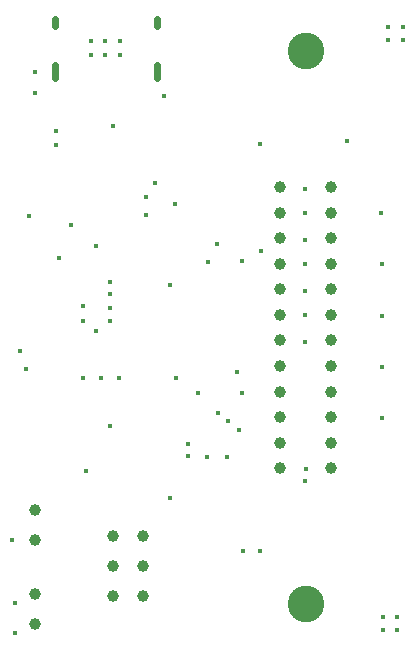
<source format=gbr>
%TF.GenerationSoftware,KiCad,Pcbnew,8.0.5*%
%TF.CreationDate,2024-11-06T11:00:20+13:00*%
%TF.ProjectId,usb_gpib_v3,7573625f-6770-4696-925f-76332e6b6963,C*%
%TF.SameCoordinates,Original*%
%TF.FileFunction,Plated,1,2,PTH,Mixed*%
%TF.FilePolarity,Positive*%
%FSLAX46Y46*%
G04 Gerber Fmt 4.6, Leading zero omitted, Abs format (unit mm)*
G04 Created by KiCad (PCBNEW 8.0.5) date 2024-11-06 11:00:20*
%MOMM*%
%LPD*%
G01*
G04 APERTURE LIST*
%TA.AperFunction,ViaDrill*%
%ADD10C,0.400000*%
%TD*%
G04 aperture for slot hole*
%TA.AperFunction,ComponentDrill*%
%ADD11C,0.600000*%
%TD*%
%TA.AperFunction,ComponentDrill*%
%ADD12C,1.000000*%
%TD*%
%TA.AperFunction,ComponentDrill*%
%ADD13C,3.100000*%
%TD*%
G04 APERTURE END LIST*
D10*
X98171000Y-109982000D03*
X98425000Y-115316000D03*
X98425000Y-117856000D03*
X98806000Y-93980000D03*
X99314000Y-95504000D03*
X99568000Y-82550000D03*
X100076000Y-70358000D03*
X100076000Y-72136000D03*
X101900000Y-75312500D03*
X101900000Y-76562500D03*
X102108000Y-86106000D03*
X103124000Y-83312000D03*
X104140000Y-90170000D03*
X104140000Y-91440000D03*
X104140000Y-96266000D03*
X104394000Y-104140000D03*
X104800000Y-67700000D03*
X104800000Y-68900000D03*
X105250000Y-85090000D03*
X105250000Y-92296000D03*
X105664000Y-96266000D03*
X106050000Y-67700000D03*
X106050000Y-68900000D03*
X106426000Y-88138000D03*
X106426000Y-89154000D03*
X106426000Y-90297000D03*
X106426000Y-91440000D03*
X106426000Y-100330000D03*
X106680000Y-74930000D03*
X107188000Y-96266000D03*
X107275000Y-67700000D03*
X107300000Y-68900000D03*
X109474000Y-80900000D03*
X109474000Y-82420000D03*
X110250000Y-79775000D03*
X110998000Y-72390000D03*
X111506000Y-88392000D03*
X111506000Y-106426000D03*
X111949500Y-81500000D03*
X112014000Y-96266000D03*
X113030000Y-101854000D03*
X113060000Y-102900000D03*
X113919000Y-97536000D03*
X114700000Y-102925000D03*
X114730000Y-86410000D03*
X115537500Y-84937500D03*
X115570000Y-99186647D03*
X116332000Y-102925000D03*
X116459355Y-99911147D03*
X117210076Y-95759862D03*
X117348000Y-100635647D03*
X117602000Y-86360000D03*
X117602000Y-97536000D03*
X117680000Y-110920000D03*
X119126000Y-76454000D03*
X119140000Y-110880000D03*
X119253000Y-85471000D03*
X122936000Y-80264000D03*
X122936000Y-82296000D03*
X122936000Y-84582000D03*
X122936000Y-86614000D03*
X122936000Y-88900000D03*
X122936000Y-90932000D03*
X122936000Y-93218000D03*
X122990000Y-104950000D03*
X123000000Y-104000000D03*
X126492000Y-76200000D03*
X129425000Y-82296000D03*
X129500000Y-86625000D03*
X129500000Y-90975000D03*
X129500000Y-95300000D03*
X129500000Y-99625000D03*
X129525000Y-116450000D03*
X129525000Y-117550000D03*
X130025000Y-66500000D03*
X130025000Y-67600000D03*
X130775000Y-116450000D03*
X130775000Y-117550000D03*
X131275000Y-66500000D03*
X131275000Y-67600000D03*
D11*
%TO.C,J2*%
X101780000Y-65825000D02*
X101780000Y-66425000D01*
X101780000Y-69755000D02*
X101780000Y-70855000D01*
X110420000Y-65825000D02*
X110420000Y-66425000D01*
X110420000Y-69755000D02*
X110420000Y-70855000D01*
D12*
%TO.C,LED3*%
X100076000Y-107442000D03*
X100076000Y-109972000D03*
%TO.C,LED2*%
X100076000Y-114554000D03*
X100076000Y-117084000D03*
%TO.C,J3*%
X106680000Y-109601000D03*
X106680000Y-112141000D03*
X106680000Y-114681000D03*
X109220000Y-109601000D03*
X109220000Y-112141000D03*
X109220000Y-114681000D03*
%TO.C,J1*%
X120855000Y-80120000D03*
X120855000Y-82280000D03*
X120855000Y-84440000D03*
X120855000Y-86600000D03*
X120855000Y-88760000D03*
X120855000Y-90920000D03*
X120855000Y-93080000D03*
X120855000Y-95240000D03*
X120855000Y-97400000D03*
X120855000Y-99560000D03*
X120855000Y-101720000D03*
X120855000Y-103880000D03*
X125145000Y-80120000D03*
X125145000Y-82280000D03*
X125145000Y-84440000D03*
X125145000Y-86600000D03*
X125145000Y-88760000D03*
X125145000Y-90920000D03*
X125145000Y-93080000D03*
X125145000Y-95240000D03*
X125145000Y-97400000D03*
X125145000Y-99560000D03*
X125145000Y-101720000D03*
X125145000Y-103880000D03*
D13*
X123000000Y-68600000D03*
X123000000Y-115400000D03*
M02*

</source>
